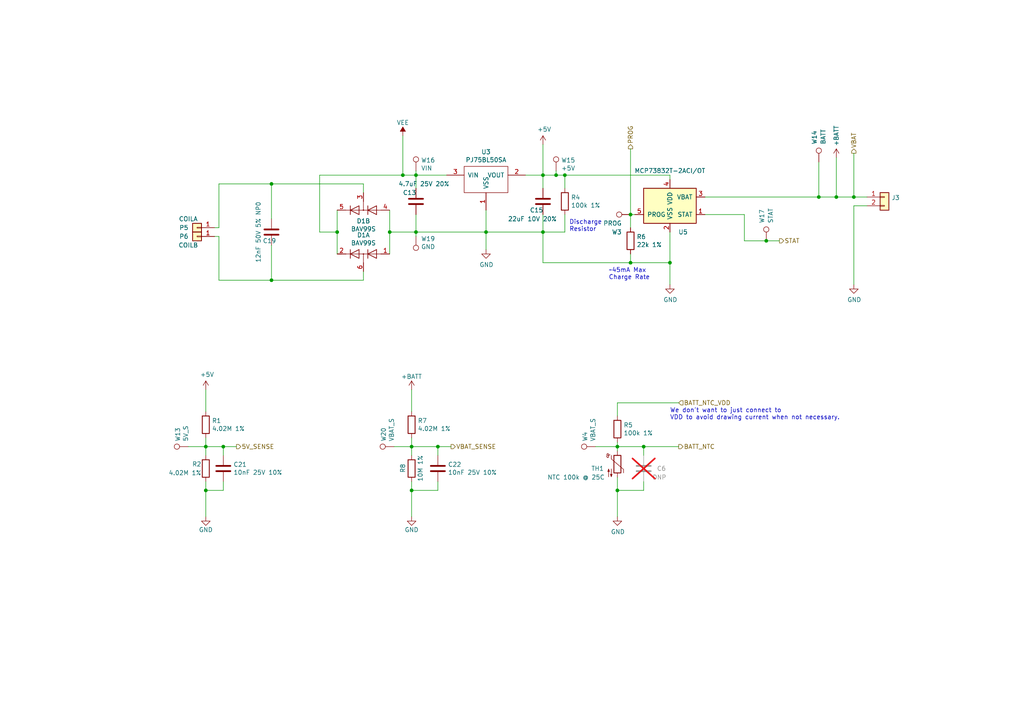
<source format=kicad_sch>
(kicad_sch (version 20230121) (generator eeschema)
  (paper "A4")
  (lib_symbols
    (symbol "Connector_Generic:Conn_01x01" (pin_names (offset 1.016) hide)
      (property "Reference" "J" (at 0 2.54 0))
      (property "Value" "Conn_01x01" (at 0 -2.54 0))
      (symbol "Conn_01x01_1_1"
        (rectangle (start -1.27 0.127) (end 0 -0.127) (stroke (width 0.1524)))
        (rectangle (start -1.27 1.27) (end 1.27 -1.27) (stroke (width 0.254)) (fill (type background)))
        (pin passive line (at -5.08 0 0) (length 3.81) (name "Pin_1") (number "1"))
      )
    )
    (symbol "Connector_Generic:Conn_01x02" (pin_names (offset 1.016) hide)
      (property "Reference" "J" (at 0 2.54 0))
      (property "Value" "Conn_01x02" (at 0 -5.08 0))
      (symbol "Conn_01x02_1_1"
        (rectangle (start -1.27 -2.413) (end 0 -2.667) (stroke (width 0.1524)))
        (rectangle (start -1.27 0.127) (end 0 -0.127) (stroke (width 0.1524)))
        (rectangle (start -1.27 1.27) (end 1.27 -3.81) (stroke (width 0.254)) (fill (type background)))
        (pin passive line (at -5.08 0 0) (length 3.81) (name "Pin_1") (number "1"))
        (pin passive line (at -5.08 -2.54 0) (length 3.81) (name "Pin_2") (number "2"))
      )
    )
    (symbol "Device:C" (pin_numbers hide) (pin_names (offset 0.254))
      (property "Reference" "C" (at 0.635 2.54 0))
      (property "Value" "C" (at 0.635 -2.54 0))
      (symbol "C_0_1"
        (polyline (pts (xy -2.032 -0.762) (xy 2.032 -0.762)) (stroke (width 0.508)))
        (polyline (pts (xy -2.032 0.762) (xy 2.032 0.762)) (stroke (width 0.508)))
      )
      (symbol "C_1_1"
        (pin passive line (at 0 3.81 270) (length 2.794) (name "~") (number "1"))
        (pin passive line (at 0 -3.81 90) (length 2.794) (name "~") (number "2"))
      )
    )
    (symbol "Device:R" (pin_numbers hide) (pin_names (offset 0))
      (property "Reference" "R" (at 2.032 0 90))
      (property "Value" "R" (at 0 0 90))
      (symbol "R_0_1"
        (rectangle (start -1.016 -2.54) (end 1.016 2.54) (stroke (width 0.254)))
      )
      (symbol "R_1_1"
        (pin passive line (at 0 3.81 270) (length 1.27) (name "~") (number "1"))
        (pin passive line (at 0 -3.81 90) (length 1.27) (name "~") (number "2"))
      )
    )
    (symbol "Device:Thermistor_NTC" (pin_numbers hide) (pin_names (offset 0))
      (property "Reference" "TH" (at -4.445 0 90))
      (property "Value" "Thermistor_NTC" (at 3.175 0 90))
      (symbol "Thermistor_NTC_0_1"
        (arc (start -3.048 2.159) (mid -3.0495 2.3143) (end -3.175 2.413))
        (arc (start -3.048 2.159) (mid -2.9736 1.9794) (end -2.794 1.905))
        (arc (start -3.048 2.794) (mid -2.9736 2.6144) (end -2.794 2.54))
        (arc (start -2.794 1.905) (mid -2.6144 1.9794) (end -2.54 2.159))
        (arc (start -2.794 2.54) (mid -2.4393 2.5587) (end -2.159 2.794))
        (arc (start -2.794 3.048) (mid -2.9736 2.9736) (end -3.048 2.794))
        (arc (start -2.54 2.794) (mid -2.6144 2.9736) (end -2.794 3.048))
        (rectangle (start -1.016 2.54) (end 1.016 -2.54) (stroke (width 0.254)))
        (polyline (pts (xy -2.54 2.159) (xy -2.54 2.794)))
        (polyline (pts (xy -1.778 2.54) (xy -1.778 1.524) (xy 1.778 -1.524) (xy 1.778 -2.54)))
        (polyline (pts (xy -2.54 -3.683) (xy -2.54 -1.397) (xy -2.794 -2.159) (xy -2.286 -2.159) (xy -2.54 -1.397) (xy -2.54 -1.651)) (fill (type outline)))
        (polyline (pts (xy -1.778 -1.397) (xy -1.778 -3.683) (xy -2.032 -2.921) (xy -1.524 -2.921) (xy -1.778 -3.683) (xy -1.778 -3.429)) (fill (type outline)))
      )
      (symbol "Thermistor_NTC_1_1"
        (pin passive line (at 0 3.81 270) (length 1.27) (name "~") (number "1"))
        (pin passive line (at 0 -3.81 90) (length 1.27) (name "~") (number "2"))
      )
    )
    (symbol "Pixels-dice:BAV99S-diode" (pin_names (offset 0.0254) hide)
      (property "Reference" "D" (at 0 2.54 0))
      (property "Value" "BAV99S-diode" (at 0 5.08 0))
      (symbol "BAV99S-diode_0_1"
        (polyline (pts (xy -5.08 0) (xy 5.08 0)))
        (polyline (pts (xy 0 0) (xy 0 -2.54)))
        (polyline (pts (xy -1.27 -1.27) (xy -1.27 1.27) (xy -1.27 1.27)) (stroke (width 0.2032)))
        (polyline (pts (xy 3.81 1.27) (xy 3.81 -1.27) (xy 3.81 -1.27)) (stroke (width 0.2032)))
        (polyline (pts (xy -3.81 1.27) (xy -1.27 0) (xy -3.81 -1.27) (xy -3.81 1.27) (xy -3.81 1.27) (xy -3.81 1.27)) (stroke (width 0.2032)))
        (polyline (pts (xy 1.27 1.27) (xy 3.81 0) (xy 1.27 -1.27) (xy 1.27 1.27) (xy 1.27 1.27) (xy 1.27 1.27)) (stroke (width 0.2032)))
        (circle (center 0 0) (radius 0.127))
      )
      (symbol "BAV99S-diode_1_1"
        (polyline (pts (xy 6.35 0) (xy 7.62 0)))
        (pin passive line (at -7.62 0 0) (length 2.54) (name "A1") (number "1"))
        (pin passive line (at 7.62 0 180) (length 2.54) (name "K2") (number "2"))
        (pin passive line (at 0 -5.08 90) (length 2.54) (name "K3A4") (number "6"))
      )
      (symbol "BAV99S-diode_2_1"
        (polyline (pts (xy 6.35 0) (xy 7.62 0)))
        (pin passive line (at 0 -5.08 90) (length 2.54) (name "K1A2") (number "3"))
        (pin passive line (at -7.62 0 0) (length 2.54) (name "A3") (number "4"))
        (pin passive line (at 7.62 0 180) (length 2.54) (name "K4") (number "5"))
      )
    )
    (symbol "Pixels-dice:HX6306P502MR" (pin_names (offset 1.016))
      (property "Reference" "U" (at 3.81 -6.35 0))
      (property "Value" "HX6306P502MR" (at 0 3.81 0))
      (symbol "HX6306P502MR_0_1"
        (rectangle (start -6.35 2.54) (end 6.35 -5.08))
      )
      (symbol "HX6306P502MR_1_1"
        (pin power_in line (at 0 -10.16 90) (length 5.08) (name "VSS") (number "1"))
        (pin power_out line (at 11.43 0 180) (length 5.08) (name "VOUT") (number "2"))
        (pin power_in line (at -11.43 0 0) (length 5.08) (name "VIN") (number "3"))
      )
    )
    (symbol "Pixels-dice:MCP73831-2-OT-battery_management" (pin_names (offset 1.016))
      (property "Reference" "U" (at -7.62 6.35 0))
      (property "Value" "MCP73831-2-OT-battery_management" (at 1.27 6.35 0))
      (symbol "MCP73831-2-OT-battery_management_0_1"
        (rectangle (start -7.62 5.08) (end 7.62 -5.08) (stroke (width 0.254)) (fill (type background)))
      )
      (symbol "MCP73831-2-OT-battery_management_1_1"
        (pin output line (at 10.16 -2.54 180) (length 2.54) (name "STAT") (number "1"))
        (pin power_in line (at 0 -7.62 90) (length 2.54) (name "VSS") (number "2"))
        (pin power_out line (at 10.16 2.54 180) (length 2.54) (name "VBAT") (number "3"))
        (pin power_in line (at 0 7.62 270) (length 2.54) (name "VDD") (number "4"))
        (pin input line (at -10.16 -2.54 0) (length 2.54) (name "PROG") (number "5"))
      )
    )
    (symbol "Pixels-dice:TEST_1P-conn" (pin_numbers hide) (pin_names (offset 0.762) hide)
      (property "Reference" "W" (at 0 6.858 0))
      (property "Value" "TEST_1P-conn" (at 0 5.08 0))
      (symbol "TEST_1P-conn_0_1"
        (circle (center 0 3.302) (radius 0.762))
      )
      (symbol "TEST_1P-conn_1_1"
        (pin passive line (at 0 0 90) (length 2.54) (name "1") (number "1"))
      )
    )
    (symbol "power:+5V" (power) (pin_names (offset 0))
      (property "Value" "+5V" (at 0 3.556 0))
      (symbol "+5V_0_1"
        (polyline (pts (xy -0.762 1.27) (xy 0 2.54)))
        (polyline (pts (xy 0 0) (xy 0 2.54)))
        (polyline (pts (xy 0 2.54) (xy 0.762 1.27)))
      )
      (symbol "+5V_1_1"
        (pin power_in line (at 0 0 90) (length 0) hide (name "+5V") (number "1"))
      )
    )
    (symbol "power:+BATT" (power) (pin_names (offset 0))
      (property "Value" "+BATT" (at 0 3.556 0))
      (symbol "+BATT_0_1"
        (polyline (pts (xy -0.762 1.27) (xy 0 2.54)))
        (polyline (pts (xy 0 0) (xy 0 2.54)))
        (polyline (pts (xy 0 2.54) (xy 0.762 1.27)))
      )
      (symbol "+BATT_1_1"
        (pin power_in line (at 0 0 90) (length 0) hide (name "+BATT") (number "1"))
      )
    )
    (symbol "power:GND" (power) (pin_names (offset 0))
      (property "Value" "GND" (at 0 -3.81 0))
      (symbol "GND_0_1"
        (polyline (pts (xy 0 0) (xy 0 -1.27) (xy 1.27 -1.27) (xy 0 -2.54) (xy -1.27 -1.27) (xy 0 -1.27)))
      )
      (symbol "GND_1_1"
        (pin power_in line (at 0 0 270) (length 0) hide (name "GND") (number "1"))
      )
    )
    (symbol "power:VEE" (power) (pin_names (offset 0))
      (property "Value" "VEE" (at 0 3.81 0))
      (symbol "VEE_0_1"
        (polyline (pts (xy 0 0) (xy 0 2.54)))
        (polyline (pts (xy 0.762 1.27) (xy -0.762 1.27) (xy 0 2.54) (xy 0.762 1.27)) (fill (type outline)))
      )
      (symbol "VEE_1_1"
        (pin power_in line (at 0 0 90) (length 0) hide (name "VEE") (number "1"))
      )
    )
  )
  (junction (at 97.79 67.31))
  (junction (at 247.65 57.15))
  (junction (at 59.69 129.54))
  (junction (at 182.88 76.2))
  (junction (at 59.69 142.24))
  (junction (at 194.31 76.2))
  (junction (at 157.48 67.31))
  (junction (at 242.57 57.15))
  (junction (at 140.97 67.31))
  (junction (at 120.65 67.31))
  (junction (at 78.74 53.34))
  (junction (at 120.65 50.8))
  (junction (at 179.07 129.54))
  (junction (at 179.07 142.24))
  (junction (at 119.38 142.24))
  (junction (at 64.77 129.54))
  (junction (at 186.69 129.54))
  (junction (at 237.49 57.15))
  (junction (at 157.48 50.8))
  (junction (at 182.88 62.23))
  (junction (at 78.74 81.28))
  (junction (at 161.29 50.8))
  (junction (at 119.38 129.54))
  (junction (at 113.03 67.31))
  (junction (at 163.83 50.8))
  (junction (at 222.25 69.85))
  (junction (at 116.84 50.8))
  (junction (at 127 129.54))
  (wire (pts (xy 179.07 138.43) (xy 179.07 142.24)))
  (wire (pts (xy 157.48 76.2) (xy 182.88 76.2)))
  (wire (pts (xy 78.74 81.28) (xy 63.5 81.28)))
  (wire (pts (xy 237.49 57.15) (xy 242.57 57.15)))
  (wire (pts (xy 127 142.24) (xy 119.38 142.24)))
  (wire (pts (xy 59.69 139.7) (xy 59.69 142.24)))
  (wire (pts (xy 157.48 67.31) (xy 157.48 76.2)))
  (wire (pts (xy 161.29 49.53) (xy 161.29 50.8)))
  (wire (pts (xy 204.47 57.15) (xy 237.49 57.15)))
  (wire (pts (xy 54.61 129.54) (xy 59.69 129.54)))
  (wire (pts (xy 215.9 69.85) (xy 222.25 69.85)))
  (wire (pts (xy 59.69 119.38) (xy 59.69 113.03)))
  (wire (pts (xy 78.74 53.34) (xy 63.5 53.34)))
  (wire (pts (xy 247.65 44.45) (xy 247.65 57.15)))
  (wire (pts (xy 186.69 129.54) (xy 196.85 129.54)))
  (wire (pts (xy 157.48 41.91) (xy 157.48 50.8)))
  (wire (pts (xy 247.65 57.15) (xy 242.57 57.15)))
  (wire (pts (xy 63.5 81.28) (xy 63.5 68.58)))
  (wire (pts (xy 97.79 60.96) (xy 97.79 67.31)))
  (wire (pts (xy 127 129.54) (xy 130.81 129.54)))
  (wire (pts (xy 157.48 67.31) (xy 157.48 62.23)))
  (wire (pts (xy 204.47 62.23) (xy 215.9 62.23)))
  (wire (pts (xy 237.49 46.99) (xy 237.49 57.15)))
  (wire (pts (xy 182.88 73.66) (xy 182.88 76.2)))
  (wire (pts (xy 59.69 127) (xy 59.69 129.54)))
  (wire (pts (xy 63.5 66.04) (xy 62.23 66.04)))
  (wire (pts (xy 186.69 129.54) (xy 186.69 132.08)))
  (wire (pts (xy 59.69 142.24) (xy 59.69 149.86)))
  (wire (pts (xy 59.69 132.08) (xy 59.69 129.54)))
  (wire (pts (xy 172.72 129.54) (xy 179.07 129.54)))
  (wire (pts (xy 63.5 53.34) (xy 63.5 66.04)))
  (wire (pts (xy 97.79 67.31) (xy 97.79 73.66)))
  (wire (pts (xy 113.03 60.96) (xy 113.03 67.31)))
  (wire (pts (xy 140.97 67.31) (xy 157.48 67.31)))
  (wire (pts (xy 113.03 67.31) (xy 113.03 73.66)))
  (wire (pts (xy 120.65 49.53) (xy 120.65 50.8)))
  (wire (pts (xy 127 139.7) (xy 127 142.24)))
  (wire (pts (xy 64.77 139.7) (xy 64.77 142.24)))
  (wire (pts (xy 163.83 62.23) (xy 163.83 67.31)))
  (wire (pts (xy 59.69 129.54) (xy 64.77 129.54)))
  (wire (pts (xy 247.65 59.69) (xy 247.65 82.55)))
  (wire (pts (xy 105.41 78.74) (xy 105.41 81.28)))
  (wire (pts (xy 120.65 50.8) (xy 129.54 50.8)))
  (wire (pts (xy 120.65 50.8) (xy 120.65 54.61)))
  (wire (pts (xy 114.3 129.54) (xy 119.38 129.54)))
  (wire (pts (xy 140.97 67.31) (xy 140.97 72.39)))
  (wire (pts (xy 119.38 129.54) (xy 119.38 132.08)))
  (wire (pts (xy 119.38 113.03) (xy 119.38 119.38)))
  (wire (pts (xy 119.38 139.7) (xy 119.38 142.24)))
  (wire (pts (xy 163.83 67.31) (xy 157.48 67.31)))
  (wire (pts (xy 242.57 45.72) (xy 242.57 57.15)))
  (wire (pts (xy 64.77 129.54) (xy 68.58 129.54)))
  (wire (pts (xy 78.74 71.12) (xy 78.74 81.28)))
  (wire (pts (xy 120.65 67.31) (xy 113.03 67.31)))
  (wire (pts (xy 194.31 52.07) (xy 194.31 50.8)))
  (wire (pts (xy 182.88 43.18) (xy 182.88 62.23)))
  (wire (pts (xy 215.9 62.23) (xy 215.9 69.85)))
  (wire (pts (xy 64.77 132.08) (xy 64.77 129.54)))
  (wire (pts (xy 194.31 67.31) (xy 194.31 76.2)))
  (wire (pts (xy 152.4 50.8) (xy 157.48 50.8)))
  (wire (pts (xy 222.25 69.85) (xy 226.06 69.85)))
  (wire (pts (xy 157.48 50.8) (xy 157.48 54.61)))
  (wire (pts (xy 92.71 50.8) (xy 116.84 50.8)))
  (wire (pts (xy 179.07 129.54) (xy 186.69 129.54)))
  (wire (pts (xy 140.97 60.96) (xy 140.97 67.31)))
  (wire (pts (xy 63.5 68.58) (xy 62.23 68.58)))
  (wire (pts (xy 78.74 53.34) (xy 105.41 53.34)))
  (wire (pts (xy 97.79 67.31) (xy 92.71 67.31)))
  (wire (pts (xy 127 129.54) (xy 127 132.08)))
  (wire (pts (xy 64.77 142.24) (xy 59.69 142.24)))
  (wire (pts (xy 251.46 59.69) (xy 247.65 59.69)))
  (wire (pts (xy 184.15 62.23) (xy 182.88 62.23)))
  (wire (pts (xy 179.07 128.27) (xy 179.07 129.54)))
  (wire (pts (xy 120.65 68.58) (xy 120.65 67.31)))
  (wire (pts (xy 179.07 142.24) (xy 179.07 149.86)))
  (wire (pts (xy 119.38 127) (xy 119.38 129.54)))
  (wire (pts (xy 161.29 50.8) (xy 163.83 50.8)))
  (wire (pts (xy 182.88 76.2) (xy 194.31 76.2)))
  (wire (pts (xy 119.38 129.54) (xy 127 129.54)))
  (wire (pts (xy 157.48 50.8) (xy 161.29 50.8)))
  (wire (pts (xy 92.71 67.31) (xy 92.71 50.8)))
  (wire (pts (xy 251.46 57.15) (xy 247.65 57.15)))
  (wire (pts (xy 186.69 142.24) (xy 179.07 142.24)))
  (wire (pts (xy 163.83 50.8) (xy 163.83 54.61)))
  (wire (pts (xy 179.07 120.65) (xy 179.07 116.84)))
  (wire (pts (xy 119.38 142.24) (xy 119.38 149.86)))
  (wire (pts (xy 116.84 39.37) (xy 116.84 50.8)))
  (wire (pts (xy 120.65 62.23) (xy 120.65 67.31)))
  (wire (pts (xy 163.83 50.8) (xy 194.31 50.8)))
  (wire (pts (xy 120.65 67.31) (xy 140.97 67.31)))
  (wire (pts (xy 105.41 55.88) (xy 105.41 53.34)))
  (wire (pts (xy 182.88 62.23) (xy 182.88 66.04)))
  (wire (pts (xy 78.74 63.5) (xy 78.74 53.34)))
  (wire (pts (xy 179.07 129.54) (xy 179.07 130.81)))
  (wire (pts (xy 194.31 76.2) (xy 194.31 82.55)))
  (wire (pts (xy 186.69 139.7) (xy 186.69 142.24)))
  (wire (pts (xy 116.84 50.8) (xy 120.65 50.8)))
  (wire (pts (xy 179.07 116.84) (xy 196.85 116.84)))
  (wire (pts (xy 78.74 81.28) (xy 105.41 81.28)))
  (text "~45mA Max\nCharge Rate" (at 176.53 81.28 0) (effects (font (size 1.27 1.27)) (justify left bottom)))
  (text "We don't want to just connect to\nVDD to avoid drawing current when not necessary." (at 194.31 121.92 0) (effects (font (size 1.27 1.27)) (justify left bottom)))
  (text "Discharge\nResistor" (at 165.1 67.31 0) (effects (font (size 1.27 1.27)) (justify left bottom)))
  (hierarchical_label "BATT_NTC" (shape output) (at 196.85 129.54 0))
  (hierarchical_label "VBAT" (shape output) (at 247.65 44.45 90))
  (hierarchical_label "5V_SENSE" (shape output) (at 68.58 129.54 0))
  (hierarchical_label "PROG" (shape output) (at 182.88 43.18 90))
  (hierarchical_label "BATT_NTC_VDD" (shape input) (at 196.85 116.84 0))
  (hierarchical_label "STAT" (shape output) (at 226.06 69.85 0))
  (hierarchical_label "VBAT_SENSE" (shape output) (at 130.81 129.54 0))
  (symbol (lib_id "power:GND") (at 247.65 82.55 0) (unit 1)
    (property "Reference" "#PWR052" (effects hide))
    (property "Value" "GND" (at 247.777 86.9442 0))
  )
  (symbol (lib_id "Device:R") (at 179.07 124.46 0) (unit 1)
    (property "Reference" "R5" (at 180.848 123.2916 0) (effects (justify left)))
    (property "Value" "100k 1%" (at 180.848 125.603 0) (effects (justify left)))
    (property "Footprint" "Pixels-dice:R_0402_1005Metric" (effects hide))
    (property "Generic OK" "YES" (effects hide))
    (property "Pixels Part Number" "SMD-R006" (effects hide))
    (property "Manufacturer" "UNI-ROYAL(Uniroyal Elec)" (effects hide))
    (property "Manufacturer Part Number" "0402WGF1003TCE" (effects hide))
  )
  (symbol (lib_id "Device:C") (at 120.65 58.42 0) (unit 1)
    (property "Reference" "C13" (at 116.84 55.88 0) (effects (justify left)))
    (property "Value" "4.7uF 25V 20%" (at 115.57 53.34 0) (effects (justify left)))
    (property "Footprint" "Capacitor_SMD:C_0603_1608Metric" (effects hide))
    (property "Generic OK" "YES" (effects hide))
    (property "Pixels Part Number" "SMD-C010" (effects hide))
    (property "Manufacturer" "Murata" (effects hide))
    (property "Manufacturer Part Number" "GRM188R61E475KE11D" (effects hide))
  )
  (symbol (lib_id "power:GND") (at 179.07 149.86 0) (unit 1)
    (property "Reference" "#PWR0139" (effects hide))
    (property "Value" "GND" (at 179.197 154.2542 0))
  )
  (symbol (lib_id "Pixels-dice:TEST_1P-conn") (at 120.65 49.53 0) (unit 1)
    (property "Reference" "W16" (at 122.1232 46.482 0) (effects (justify left)))
    (property "Value" "VIN" (at 122.1232 48.7934 0) (effects (justify left)))
    (property "Footprint" "Pixels-dice:TEST_PIN" (effects hide))
    (property "Generic OK" "N/A" (effects hide))
  )
  (symbol (lib_id "power:VEE") (at 116.84 39.37 0) (unit 1)
    (property "Reference" "#PWR032" (effects hide))
    (property "Value" "VEE" (at 116.84 35.56 0))
  )
  (symbol (lib_id "power:+5V") (at 59.69 113.03 0) (unit 1)
    (property "Reference" "#PWR057" (effects hide))
    (property "Value" "+5V" (at 60.071 108.6358 0))
  )
  (symbol (lib_id "Pixels-dice:TEST_1P-conn") (at 54.61 129.54 90) (unit 1)
    (property "Reference" "W13" (at 51.562 128.0668 0) (effects (justify left)))
    (property "Value" "5V_S" (at 53.8734 128.0668 0) (effects (justify left)))
    (property "Footprint" "Pixels-dice:TEST_PIN" (effects hide))
    (property "Generic OK" "N/A" (effects hide))
  )
  (symbol (lib_id "Device:C") (at 78.74 67.31 0) (unit 1)
    (property "Reference" "C19" (at 76.2 69.85 0) (effects (justify left)))
    (property "Value" "12nF 50V 5% NP0" (at 74.93 76.2 90) (effects (justify left)))
    (property "Footprint" "Capacitor_SMD:C_0805_2012Metric" (effects hide))
    (property "Generic OK" "NO" (effects hide))
    (property "Pixels Part Number" "SMD-C011" (effects hide))
    (property "Manufacturer" "Murata" (effects hide))
    (property "Manufacturer Part Number" "GRM2195C1H123JA01D" (effects hide))
  )
  (symbol (lib_id "Device:R") (at 182.88 69.85 0) (unit 1)
    (property "Reference" "R6" (at 184.658 68.6816 0) (effects (justify left)))
    (property "Value" "22k 1%" (at 184.658 70.993 0) (effects (justify left)))
    (property "Footprint" "Pixels-dice:R_0402_1005Metric" (effects hide))
    (property "Generic OK" "YES" (effects hide))
    (property "Pixels Part Number" "SMD-R002" (effects hide))
    (property "Manufacturer" "UNI-ROYAL(Uniroyal Elec)" (effects hide))
    (property "Manufacturer Part Number" "0402WGF2202TCE" (effects hide))
  )
  (symbol (lib_id "Device:R") (at 119.38 123.19 0) (unit 1)
    (property "Reference" "R7" (at 121.158 122.0216 0) (effects (justify left)))
    (property "Value" "4.02M 1%" (at 121.158 124.333 0) (effects (justify left)))
    (property "Footprint" "Pixels-dice:R_0402_1005Metric" (effects hide))
    (property "Generic OK" "YES" (effects hide))
    (property "Manufacturer" "UNI-ROYAL(Uniroyal Elec)" (effects hide))
    (property "Manufacturer Part Number" "0402WGF4024TCE" (effects hide))
  )
  (symbol (lib_id "power:+BATT") (at 119.38 113.03 0) (unit 1)
    (property "Reference" "#PWR058" (effects hide))
    (property "Value" "+BATT" (at 119.38 109.22 0))
  )
  (symbol (lib_id "Device:R") (at 119.38 135.89 0) (unit 1)
    (property "Reference" "R8" (at 116.84 137.16 90) (effects (justify left)))
    (property "Value" "10M 1%" (at 121.92 139.7 90) (effects (justify left)))
    (property "Footprint" "Pixels-dice:R_0402_1005Metric" (effects hide))
    (property "Generic OK" "YES" (effects hide))
    (property "Pixels Part Number" "SMD-R004" (effects hide))
    (property "Manufacturer" "UNI-ROYAL(Uniroyal Elec)" (effects hide))
    (property "Manufacturer Part Number" "0402WGF1005TCE" (effects hide))
  )
  (symbol (lib_id "Pixels-dice:MCP73831-2-OT-battery_management") (at 194.31 59.69 0) (unit 1)
    (property "Reference" "U5" (at 198.12 67.31 0))
    (property "Value" "MCP73832T-2ACI/OT" (at 194.31 49.53 0))
    (property "Footprint" "Package_TO_SOT_SMD:SOT-23-5" (effects hide))
    (property "Datasheet" "http://ww1.microchip.com/downloads/en/DeviceDoc/20001984g.pdf" (effects hide))
    (property "Generic OK" "NO" (effects hide))
    (property "Manufacturer" "Microchip" (effects hide))
    (property "Manufacturer Part Number" "MCP73832T-2ACI/OT" (effects hide))
    (property "Pixels Part Number" "SMD-U005" (effects hide))
  )
  (symbol (lib_id "Device:R") (at 59.69 123.19 0) (unit 1)
    (property "Reference" "R1" (at 61.468 122.0216 0) (effects (justify left)))
    (property "Value" "4.02M 1%" (at 61.468 124.333 0) (effects (justify left)))
    (property "Footprint" "Pixels-dice:R_0402_1005Metric" (effects hide))
    (property "Generic OK" "YES" (effects hide))
    (property "Manufacturer" "UNI-ROYAL(Uniroyal Elec)" (effects hide))
    (property "Manufacturer Part Number" "0402WGF4024TCE" (effects hide))
  )
  (symbol (lib_id "Pixels-dice:TEST_1P-conn") (at 182.88 62.23 90) (unit 1)
    (property "Reference" "W3" (at 180.34 67.31 90) (effects (justify left)))
    (property "Value" "PROG" (at 180.34 64.77 90) (effects (justify left)))
    (property "Footprint" "Pixels-dice:TEST_PIN" (effects hide))
    (property "Generic OK" "N/A" (effects hide))
  )
  (symbol (lib_id "Device:R") (at 59.69 135.89 180) (unit 1)
    (property "Reference" "R2" (at 58.42 134.62 0) (effects (justify left)))
    (property "Value" "4.02M 1%" (at 58.42 137.16 0) (effects (justify left)))
    (property "Footprint" "Pixels-dice:R_0402_1005Metric" (effects hide))
    (property "Generic OK" "YES" (effects hide))
    (property "Manufacturer" "UNI-ROYAL(Uniroyal Elec)" (effects hide))
    (property "Manufacturer Part Number" "0402WGF4024TCE" (effects hide))
  )
  (symbol (lib_id "Pixels-dice:TEST_1P-conn") (at 172.72 129.54 90) (unit 1)
    (property "Reference" "W4" (at 169.672 128.0668 0) (effects (justify left)))
    (property "Value" "VBAT_S" (at 171.9834 128.0668 0) (effects (justify left)))
    (property "Footprint" "Pixels-dice:TEST_PIN" (effects hide))
    (property "Generic OK" "N/A" (effects hide))
  )
  (symbol (lib_id "power:GND") (at 119.38 149.86 0) (unit 1)
    (property "Reference" "#PWR060" (effects hide))
    (property "Value" "GND" (at 119.38 153.67 0))
  )
  (symbol (lib_id "Device:Thermistor_NTC") (at 179.07 134.62 0) (unit 1)
    (property "Reference" "TH1" (at 171.45 135.89 0) (effects (justify left)))
    (property "Value" "NTC 100k @ 25C" (at 158.75 138.43 0) (effects (justify left)))
    (property "Footprint" "Pixels-dice:R_0402_1005Metric" (effects hide))
    (property "Generic OK" "NO" (effects hide))
    (property "Manufacturer" "TDK" (effects hide))
    (property "Manufacturer Part Number" "NTCG104EF104FT1X" (effects hide))
  )
  (symbol (lib_id "power:+5V") (at 157.48 41.91 0) (unit 1)
    (property "Reference" "#PWR040" (effects hide))
    (property "Value" "+5V" (at 157.861 37.5158 0))
  )
  (symbol (lib_id "Device:C") (at 127 135.89 0) (unit 1)
    (property "Reference" "C22" (at 129.921 134.7216 0) (effects (justify left)))
    (property "Value" "10nF 25V 10%" (at 129.921 137.033 0) (effects (justify left)))
    (property "Footprint" "Pixels-dice:C_0402_1005Metric" (effects hide))
    (property "Generic OK" "YES" (effects hide))
    (property "Pixels Part Number" "SMD-C009" (effects hide))
    (property "Manufacturer" "Murata" (effects hide))
    (property "Manufacturer Part Number" "GRM155R71H103KA88" (effects hide))
  )
  (symbol (lib_id "Device:R") (at 163.83 58.42 0) (unit 1)
    (property "Reference" "R4" (at 165.608 57.2516 0) (effects (justify left)))
    (property "Value" "100k 1%" (at 165.608 59.563 0) (effects (justify left)))
    (property "Footprint" "Pixels-dice:R_0402_1005Metric" (effects hide))
    (property "Generic OK" "YES" (effects hide))
    (property "Pixels Part Number" "SMD-R006" (effects hide))
    (property "Manufacturer" "UNI-ROYAL(Uniroyal Elec)" (effects hide))
    (property "Manufacturer Part Number" "0402WGF1003TCE" (effects hide))
  )
  (symbol (lib_id "Pixels-dice:TEST_1P-conn") (at 222.25 69.85 0) (unit 1)
    (property "Reference" "W17" (at 220.98 64.77 90) (effects (justify left)))
    (property "Value" "STAT" (at 223.52 64.77 90) (effects (justify left)))
    (property "Footprint" "Pixels-dice:TEST_PIN" (effects hide))
    (property "Generic OK" "N/A" (effects hide))
  )
  (symbol (lib_id "power:GND") (at 194.31 82.55 0) (unit 1)
    (property "Reference" "#PWR051" (effects hide))
    (property "Value" "GND" (at 194.437 86.9442 0))
  )
  (symbol (lib_id "power:GND") (at 140.97 72.39 0) (unit 1)
    (property "Reference" "#PWR050" (effects hide))
    (property "Value" "GND" (at 141.097 76.7842 0))
  )
  (symbol (lib_id "power:+BATT") (at 242.57 45.72 0) (unit 1)
    (property "Reference" "#PWR041" (effects hide))
    (property "Value" "+BATT" (at 242.57 39.37 90))
  )
  (symbol (lib_id "Connector_Generic:Conn_01x02") (at 256.54 57.15 0) (unit 1)
    (property "Reference" "J3" (at 258.572 57.3532 0) (effects (justify left)))
    (property "Value" "Conn_01x02" (effects hide))
    (property "Footprint" "Pixels-dice:Hongjie 10100 Connector" (effects hide))
    (property "Generic OK" "N/A" (effects hide))
  )
  (symbol (lib_id "Device:C") (at 157.48 58.42 0) (unit 1)
    (property "Reference" "C15" (at 153.67 60.96 0) (effects (justify left)))
    (property "Value" "22uF 10V 20%" (at 147.32 63.5 0) (effects (justify left)))
    (property "Footprint" "Capacitor_SMD:C_0603_1608Metric" (effects hide))
    (property "Generic OK" "YES" (effects hide))
    (property "Pixels Part Number" "SMD-C002" (effects hide))
    (property "Manufacturer" "Murata" (effects hide))
    (property "Manufacturer Part Number" "GRM188R61A226ME15D" (effects hide))
  )
  (symbol (lib_id "Device:C") (at 186.69 135.89 0) (unit 1) (in_bom no) (dnp yes)
    (property "Reference" "C6" (at 190.5 135.89 0) (effects (justify left)))
    (property "Value" "DNP" (at 189.23 138.43 0) (effects (justify left)))
    (property "Footprint" "Pixels-dice:C_0402_1005Metric" (effects hide))
    (property "Generic OK" "YES" (effects hide))
    (property "Pixels Part Number" "SMD-C005" (effects hide))
  )
  (symbol (lib_id "Pixels-dice:TEST_1P-conn") (at 120.65 68.58 180) (unit 1)
    (property "Reference" "W19" (at 122.1232 69.2658 0) (effects (justify right)))
    (property "Value" "GND" (at 122.1232 71.5772 0) (effects (justify right)))
    (property "Footprint" "Pixels-dice:TEST_PIN" (effects hide))
    (property "Generic OK" "N/A" (effects hide))
  )
  (symbol (lib_id "Pixels-dice:TEST_1P-conn") (at 237.49 46.99 0) (unit 1)
    (property "Reference" "W14" (at 236.22 41.91 90) (effects (justify left)))
    (property "Value" "BATT" (at 238.76 41.91 90) (effects (justify left)))
    (property "Footprint" "Pixels-dice:TEST_PIN" (effects hide))
    (property "Generic OK" "N/A" (effects hide))
  )
  (symbol (lib_id "Connector_Generic:Conn_01x01") (at 57.15 68.58 180) (unit 1)
    (property "Reference" "P6" (at 53.34 68.58 0))
    (property "Value" "COILB" (at 54.61 71.12 0))
    (property "Footprint" "TestPoint:TestPoint_THTPad_D1.5mm_Drill0.7mm" (effects hide))
    (property "Generic OK" "N/A" (effects hide))
  )
  (symbol (lib_id "Connector_Generic:Conn_01x01") (at 57.15 66.04 180) (unit 1)
    (property "Reference" "P5" (at 53.34 66.04 0))
    (property "Value" "COILA" (at 54.61 63.5 0))
    (property "Footprint" "TestPoint:TestPoint_THTPad_D1.5mm_Drill0.7mm" (effects hide))
    (property "Generic OK" "N/A" (effects hide))
  )
  (symbol (lib_id "Pixels-dice:TEST_1P-conn") (at 114.3 129.54 90) (unit 1)
    (property "Reference" "W20" (at 111.252 128.0668 0) (effects (justify left)))
    (property "Value" "VBAT_S" (at 113.5634 128.0668 0) (effects (justify left)))
    (property "Footprint" "Pixels-dice:TEST_PIN" (effects hide))
    (property "Generic OK" "N/A" (effects hide))
  )
  (symbol (lib_id "Pixels-dice:HX6306P502MR") (at 140.97 50.8 0) (unit 1)
    (property "Reference" "U3" (at 140.97 44.069 0))
    (property "Value" "PJ75BL50SA" (at 140.97 46.3804 0))
    (property "Footprint" "Pixels-dice:SOT-23" (effects hide))
    (property "Manufacturer" "PJSEMI" (effects hide))
    (property "Manufacturer Part Number" "PJ75BL50SA" (effects hide))
    (property "Generic OK" "NO" (effects hide))
  )
  (symbol (lib_id "Pixels-dice:TEST_1P-conn") (at 161.29 49.53 0) (unit 1)
    (property "Reference" "W15" (at 162.7632 46.482 0) (effects (justify left)))
    (property "Value" "+5V" (at 162.7632 48.7934 0) (effects (justify left)))
    (property "Footprint" "Pixels-dice:TEST_PIN" (effects hide))
    (property "Generic OK" "N/A" (effects hide))
  )
  (symbol (lib_id "Pixels-dice:BAV99S-diode") (at 105.41 60.96 180) (unit 2)
    (property "Reference" "D1" (at 105.41 64.1096 0))
    (property "Value" "BAV99S" (at 105.41 66.421 0))
    (property "Footprint" "Package_TO_SOT_SMD:SOT-363_SC-70-6" (effects hide))
    (property "Datasheet" "https://assets.nexperia.com/documents/data-sheet/BAV99_SER.pdf" (effects hide))
    (property "Generic OK" "YES" (effects hide))
    (property "Manufacturer" "Nexperia" (effects hide))
    (property "Manufacturer Part Number" "BAV99S,115" (effects hide))
    (property "Pixels Part Number" "SMD-D001" (effects hide))
  )
  (symbol (lib_id "power:GND") (at 59.69 149.86 0) (unit 1)
    (property "Reference" "#PWR059" (effects hide))
    (property "Value" "GND" (at 59.69 153.67 0))
  )
  (symbol (lib_id "Pixels-dice:BAV99S-diode") (at 105.41 73.66 0) (mirror y) (unit 1)
    (property "Reference" "D1" (at 105.41 68.1736 0))
    (property "Value" "BAV99S" (at 105.41 70.485 0))
    (property "Footprint" "Package_TO_SOT_SMD:SOT-363_SC-70-6" (effects hide))
    (property "Datasheet" "https://assets.nexperia.com/documents/data-sheet/BAV99_SER.pdf" (effects hide))
    (property "Generic OK" "YES" (effects hide))
    (property "Manufacturer" "Nexperia" (effects hide))
    (property "Manufacturer Part Number" "BAV99S,115" (effects hide))
    (property "Pixels Part Number" "SMD-D001" (effects hide))
  )
  (symbol (lib_id "Device:C") (at 64.77 135.89 0) (unit 1)
    (property "Reference" "C21" (at 67.691 134.7216 0) (effects (justify left)))
    (property "Value" "10nF 25V 10%" (at 67.691 137.033 0) (effects (justify left)))
    (property "Footprint" "Pixels-dice:C_0402_1005Metric" (effects hide))
    (property "Generic OK" "YES" (effects hide))
    (property "Pixels Part Number" "SMD-C009" (effects hide))
    (property "Manufacturer" "Murata" (effects hide))
    (property "Manufacturer Part Number" "GRM155R71H103KA88" (effects hide))
  )
)
</source>
